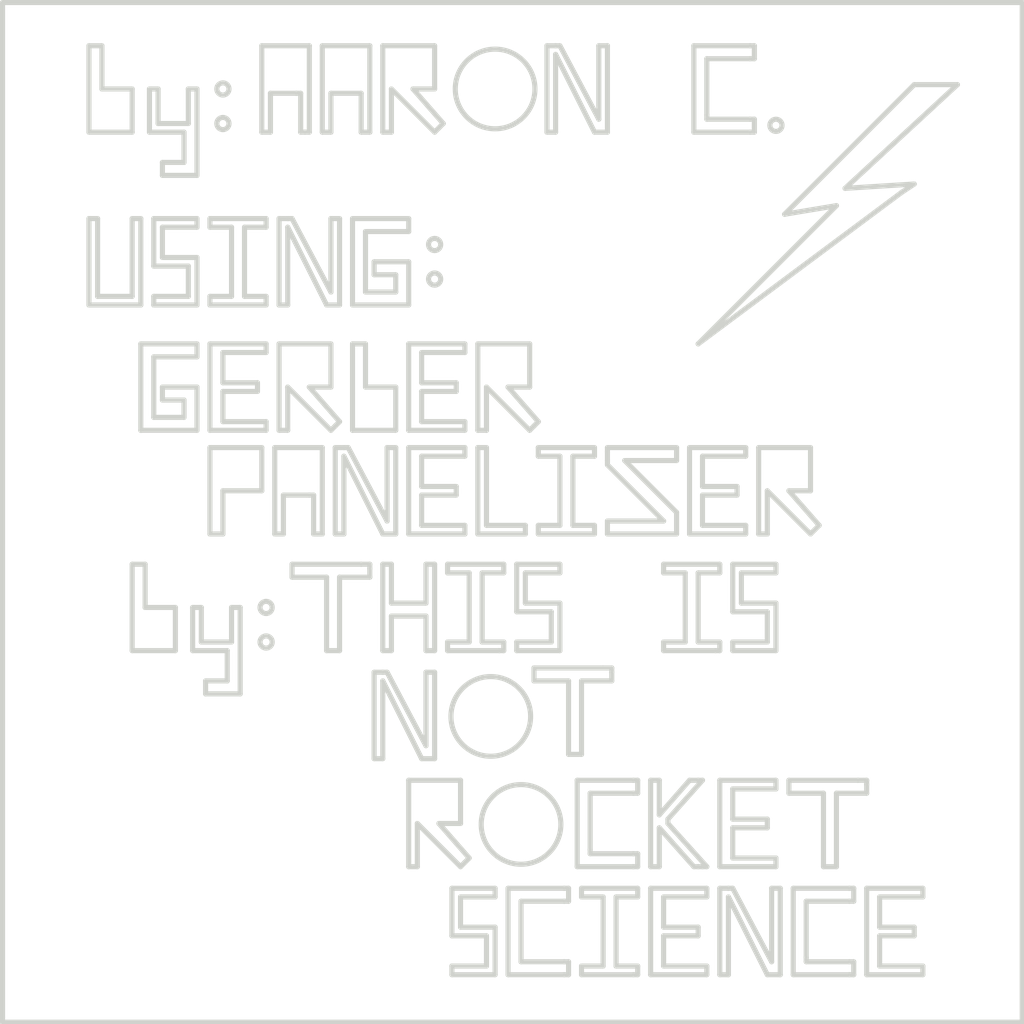
<source format=kicad_pcb>
(kicad_pcb (version 4) (host pcbnew 4.0.7-e2-6376~58~ubuntu16.04.1)

  (general
    (links 0)
    (no_connects 0)
    (area 128.194999 91.364999 158.317001 121.487001)
    (thickness 1.6)
    (drawings 560)
    (tracks 0)
    (zones 0)
    (modules 0)
    (nets 1)
  )

  (page A4)
  (layers
    (0 F.Cu signal)
    (31 B.Cu signal)
    (32 B.Adhes user)
    (33 F.Adhes user)
    (34 B.Paste user)
    (35 F.Paste user)
    (36 B.SilkS user)
    (37 F.SilkS user)
    (38 B.Mask user)
    (39 F.Mask user)
    (40 Dwgs.User user)
    (41 Cmts.User user)
    (42 Eco1.User user)
    (43 Eco2.User user)
    (44 Edge.Cuts user)
    (45 Margin user)
    (46 B.CrtYd user)
    (47 F.CrtYd user)
    (48 B.Fab user)
    (49 F.Fab user)
  )

  (setup
    (last_trace_width 0.25)
    (trace_clearance 0.2)
    (zone_clearance 0.508)
    (zone_45_only no)
    (trace_min 0.2)
    (segment_width 0.2)
    (edge_width 0.15)
    (via_size 0.6)
    (via_drill 0.4)
    (via_min_size 0.4)
    (via_min_drill 0.3)
    (uvia_size 0.3)
    (uvia_drill 0.1)
    (uvias_allowed no)
    (uvia_min_size 0.2)
    (uvia_min_drill 0.1)
    (pcb_text_width 0.3)
    (pcb_text_size 1.5 1.5)
    (mod_edge_width 0.15)
    (mod_text_size 1 1)
    (mod_text_width 0.15)
    (pad_size 1.524 1.524)
    (pad_drill 0.762)
    (pad_to_mask_clearance 0.2)
    (aux_axis_origin 0 0)
    (visible_elements FFFFFF7F)
    (pcbplotparams
      (layerselection 0x000f0_80000001)
      (usegerberextensions true)
      (excludeedgelayer true)
      (linewidth 0.100000)
      (plotframeref false)
      (viasonmask false)
      (mode 1)
      (useauxorigin false)
      (hpglpennumber 1)
      (hpglpenspeed 20)
      (hpglpendiameter 15)
      (hpglpenoverlay 2)
      (psnegative false)
      (psa4output false)
      (plotreference true)
      (plotvalue true)
      (plotinvisibletext false)
      (padsonsilk false)
      (subtractmaskfromsilk false)
      (outputformat 1)
      (mirror false)
      (drillshape 0)
      (scaleselection 1)
      (outputdirectory logo_gerber/))
  )

  (net 0 "")

  (net_class Default "This is the default net class."
    (clearance 0.2)
    (trace_width 0.25)
    (via_dia 0.6)
    (via_drill 0.4)
    (uvia_dia 0.3)
    (uvia_drill 0.1)
  )

  (gr_line (start 156.337 93.853) (end 155.067 93.853) (layer Edge.Cuts) (width 0.15))
  (gr_line (start 153.035 96.901) (end 156.337 93.853) (layer Edge.Cuts) (width 0.15))
  (gr_line (start 155.067 96.774) (end 153.035 96.901) (layer Edge.Cuts) (width 0.15))
  (gr_line (start 154.686 97.028) (end 155.067 96.774) (layer Edge.Cuts) (width 0.15))
  (gr_line (start 148.717 101.473) (end 154.686 97.028) (layer Edge.Cuts) (width 0.15))
  (gr_line (start 152.781 97.409) (end 148.717 101.473) (layer Edge.Cuts) (width 0.15))
  (gr_line (start 151.257 97.663) (end 152.781 97.409) (layer Edge.Cuts) (width 0.15))
  (gr_line (start 155.067 93.853) (end 151.257 97.663) (layer Edge.Cuts) (width 0.15))
  (gr_circle (center 151.003 95.048605) (end 151.13 95.175605) (layer Edge.Cuts) (width 0.15) (tstamp 5A5A38A7))
  (gr_line (start 150.368 95.25) (end 150.241 95.25) (layer Edge.Cuts) (width 0.15) (tstamp 5A5A38A5))
  (gr_line (start 150.368 94.869) (end 150.241 94.869) (layer Edge.Cuts) (width 0.15) (tstamp 5A5A38A4))
  (gr_line (start 150.368 95.25) (end 150.368 94.869) (layer Edge.Cuts) (width 0.15) (tstamp 5A5A38A3))
  (gr_line (start 150.241 94.869) (end 148.971 94.869) (layer Edge.Cuts) (width 0.15) (tstamp 5A5A38A2))
  (gr_line (start 148.59 95.25) (end 150.241 95.25) (layer Edge.Cuts) (width 0.15) (tstamp 5A5A38A1))
  (gr_line (start 148.971 94.742) (end 148.971 94.869) (layer Edge.Cuts) (width 0.15) (tstamp 5A5A38A0))
  (gr_line (start 150.241 92.71) (end 148.59 92.71) (layer Edge.Cuts) (width 0.15) (tstamp 5A5A389F))
  (gr_line (start 148.59 92.71) (end 148.59 95.25) (layer Edge.Cuts) (width 0.15) (tstamp 5A5A389E))
  (gr_line (start 148.971 93.091) (end 148.971 94.742) (layer Edge.Cuts) (width 0.15) (tstamp 5A5A389D))
  (gr_line (start 150.368 93.091) (end 150.368 92.71) (layer Edge.Cuts) (width 0.15) (tstamp 5A5A389C))
  (gr_line (start 150.241 93.091) (end 148.971 93.091) (layer Edge.Cuts) (width 0.15) (tstamp 5A5A389B))
  (gr_line (start 150.368 93.091) (end 150.241 93.091) (layer Edge.Cuts) (width 0.15) (tstamp 5A5A389A))
  (gr_line (start 150.368 92.71) (end 150.241 92.71) (layer Edge.Cuts) (width 0.15) (tstamp 5A5A3899))
  (gr_line (start 151.003 108.204) (end 151.003 107.95) (layer Edge.Cuts) (width 0.15) (tstamp 5A5A3890))
  (gr_line (start 149.987 109.093) (end 149.987 108.204) (layer Edge.Cuts) (width 0.15) (tstamp 5A5A388F))
  (gr_line (start 149.987 108.204) (end 151.003 108.204) (layer Edge.Cuts) (width 0.15) (tstamp 5A5A388E))
  (gr_line (start 151.003 107.95) (end 149.733 107.95) (layer Edge.Cuts) (width 0.15) (tstamp 5A5A388D))
  (gr_line (start 149.733 107.95) (end 149.733 109.347) (layer Edge.Cuts) (width 0.15) (tstamp 5A5A388C))
  (gr_line (start 151.003 109.093) (end 149.987 109.093) (layer Edge.Cuts) (width 0.15) (tstamp 5A5A388B))
  (gr_line (start 149.733 109.347) (end 150.749 109.347) (layer Edge.Cuts) (width 0.15) (tstamp 5A5A388A))
  (gr_line (start 150.749 109.347) (end 150.749 110.236) (layer Edge.Cuts) (width 0.15) (tstamp 5A5A3889))
  (gr_line (start 150.749 110.236) (end 149.733 110.236) (layer Edge.Cuts) (width 0.15) (tstamp 5A5A3888))
  (gr_line (start 151.003 110.49) (end 151.003 109.093) (layer Edge.Cuts) (width 0.15) (tstamp 5A5A3887))
  (gr_line (start 149.733 110.49) (end 151.003 110.49) (layer Edge.Cuts) (width 0.15) (tstamp 5A5A3886))
  (gr_line (start 149.733 110.236) (end 149.733 110.49) (layer Edge.Cuts) (width 0.15) (tstamp 5A5A3885))
  (gr_line (start 144.653 107.95) (end 143.383 107.95) (layer Edge.Cuts) (width 0.15) (tstamp 5A5A3872))
  (gr_line (start 144.653 109.093) (end 143.637 109.093) (layer Edge.Cuts) (width 0.15) (tstamp 5A5A3871))
  (gr_line (start 143.383 109.347) (end 144.399 109.347) (layer Edge.Cuts) (width 0.15) (tstamp 5A5A3870))
  (gr_line (start 143.637 108.204) (end 144.653 108.204) (layer Edge.Cuts) (width 0.15) (tstamp 5A5A386F))
  (gr_line (start 144.653 108.204) (end 144.653 107.95) (layer Edge.Cuts) (width 0.15) (tstamp 5A5A386E))
  (gr_line (start 143.383 110.236) (end 143.383 110.49) (layer Edge.Cuts) (width 0.15) (tstamp 5A5A386D))
  (gr_line (start 144.399 110.236) (end 143.383 110.236) (layer Edge.Cuts) (width 0.15) (tstamp 5A5A386C))
  (gr_line (start 143.383 110.49) (end 144.653 110.49) (layer Edge.Cuts) (width 0.15) (tstamp 5A5A386B))
  (gr_line (start 144.653 110.49) (end 144.653 109.093) (layer Edge.Cuts) (width 0.15) (tstamp 5A5A386A))
  (gr_line (start 144.399 109.347) (end 144.399 110.236) (layer Edge.Cuts) (width 0.15) (tstamp 5A5A3869))
  (gr_line (start 143.637 109.093) (end 143.637 108.204) (layer Edge.Cuts) (width 0.15) (tstamp 5A5A3868))
  (gr_line (start 143.383 107.95) (end 143.383 109.347) (layer Edge.Cuts) (width 0.15) (tstamp 5A5A3867))
  (gr_line (start 154.051 118.618) (end 155.067 118.618) (layer Edge.Cuts) (width 0.15) (tstamp 5A5A3858))
  (gr_line (start 155.067 118.618) (end 155.067 118.872) (layer Edge.Cuts) (width 0.15) (tstamp 5A5A3857))
  (gr_line (start 155.067 118.872) (end 154.051 118.872) (layer Edge.Cuts) (width 0.15) (tstamp 5A5A3856))
  (gr_line (start 154.051 118.872) (end 154.051 119.761) (layer Edge.Cuts) (width 0.15) (tstamp 5A5A3855))
  (gr_line (start 155.321 117.475) (end 153.67 117.475) (layer Edge.Cuts) (width 0.15) (tstamp 5A5A3854))
  (gr_line (start 155.321 117.729) (end 155.321 117.475) (layer Edge.Cuts) (width 0.15) (tstamp 5A5A3853))
  (gr_line (start 155.321 119.761) (end 155.321 120.015) (layer Edge.Cuts) (width 0.15) (tstamp 5A5A3852))
  (gr_line (start 153.67 120.015) (end 155.321 120.015) (layer Edge.Cuts) (width 0.15) (tstamp 5A5A3851))
  (gr_line (start 155.321 119.761) (end 154.051 119.761) (layer Edge.Cuts) (width 0.15) (tstamp 5A5A3850))
  (gr_line (start 154.051 117.729) (end 154.051 118.618) (layer Edge.Cuts) (width 0.15) (tstamp 5A5A384F))
  (gr_line (start 154.051 117.729) (end 155.321 117.729) (layer Edge.Cuts) (width 0.15) (tstamp 5A5A384E))
  (gr_line (start 153.67 117.475) (end 153.67 120.015) (layer Edge.Cuts) (width 0.15) (tstamp 5A5A384D))
  (gr_line (start 153.162 119.634) (end 151.892 119.634) (layer Edge.Cuts) (width 0.15) (tstamp 5A5A384B))
  (gr_line (start 153.289 120.015) (end 153.162 120.015) (layer Edge.Cuts) (width 0.15) (tstamp 5A5A384A))
  (gr_line (start 153.289 119.634) (end 153.162 119.634) (layer Edge.Cuts) (width 0.15) (tstamp 5A5A3849))
  (gr_line (start 153.289 120.015) (end 153.289 119.634) (layer Edge.Cuts) (width 0.15) (tstamp 5A5A3848))
  (gr_line (start 151.511 120.015) (end 153.162 120.015) (layer Edge.Cuts) (width 0.15) (tstamp 5A5A3847))
  (gr_line (start 153.162 117.475) (end 151.511 117.475) (layer Edge.Cuts) (width 0.15) (tstamp 5A5A3846))
  (gr_line (start 151.511 117.475) (end 151.511 120.015) (layer Edge.Cuts) (width 0.15) (tstamp 5A5A3845))
  (gr_line (start 151.892 117.856) (end 151.892 119.507) (layer Edge.Cuts) (width 0.15) (tstamp 5A5A3844))
  (gr_line (start 151.892 119.507) (end 151.892 119.634) (layer Edge.Cuts) (width 0.15) (tstamp 5A5A3843))
  (gr_line (start 153.289 117.475) (end 153.162 117.475) (layer Edge.Cuts) (width 0.15) (tstamp 5A5A3842))
  (gr_line (start 153.289 117.856) (end 153.162 117.856) (layer Edge.Cuts) (width 0.15) (tstamp 5A5A3841))
  (gr_line (start 153.289 117.856) (end 153.289 117.475) (layer Edge.Cuts) (width 0.15) (tstamp 5A5A3840))
  (gr_line (start 153.162 117.856) (end 151.892 117.856) (layer Edge.Cuts) (width 0.15) (tstamp 5A5A383F))
  (gr_line (start 150.749 120.015) (end 151.13 120.015) (layer Edge.Cuts) (width 0.15) (tstamp 5A5A383D))
  (gr_line (start 151.13 120.015) (end 151.13 117.475) (layer Edge.Cuts) (width 0.15) (tstamp 5A5A383C))
  (gr_line (start 150.876 117.475) (end 150.876 119.634) (layer Edge.Cuts) (width 0.15) (tstamp 5A5A383B))
  (gr_line (start 149.352 120.015) (end 149.606 120.015) (layer Edge.Cuts) (width 0.15) (tstamp 5A5A383A))
  (gr_line (start 149.352 120.015) (end 149.352 117.475) (layer Edge.Cuts) (width 0.15) (tstamp 5A5A3839))
  (gr_line (start 149.606 117.729) (end 150.749 120.015) (layer Edge.Cuts) (width 0.15) (tstamp 5A5A3838))
  (gr_line (start 149.606 120.015) (end 149.606 117.729) (layer Edge.Cuts) (width 0.15) (tstamp 5A5A3837))
  (gr_line (start 150.876 119.634) (end 149.733 117.475) (layer Edge.Cuts) (width 0.15) (tstamp 5A5A3836))
  (gr_line (start 151.13 117.475) (end 150.876 117.475) (layer Edge.Cuts) (width 0.15) (tstamp 5A5A3835))
  (gr_line (start 149.733 117.475) (end 149.606 117.475) (layer Edge.Cuts) (width 0.15) (tstamp 5A5A3834))
  (gr_line (start 149.352 117.475) (end 149.606 117.475) (layer Edge.Cuts) (width 0.15) (tstamp 5A5A3833))
  (gr_line (start 148.971 119.761) (end 147.701 119.761) (layer Edge.Cuts) (width 0.15) (tstamp 5A5A3831))
  (gr_line (start 148.971 119.761) (end 148.971 120.015) (layer Edge.Cuts) (width 0.15) (tstamp 5A5A3830))
  (gr_line (start 147.701 118.872) (end 147.701 119.761) (layer Edge.Cuts) (width 0.15) (tstamp 5A5A382F))
  (gr_line (start 148.717 118.872) (end 147.701 118.872) (layer Edge.Cuts) (width 0.15) (tstamp 5A5A382E))
  (gr_line (start 148.717 118.618) (end 148.717 118.872) (layer Edge.Cuts) (width 0.15) (tstamp 5A5A382D))
  (gr_line (start 147.32 120.015) (end 148.971 120.015) (layer Edge.Cuts) (width 0.15) (tstamp 5A5A382C))
  (gr_line (start 148.971 117.729) (end 148.971 117.475) (layer Edge.Cuts) (width 0.15) (tstamp 5A5A382B))
  (gr_line (start 147.701 117.729) (end 148.971 117.729) (layer Edge.Cuts) (width 0.15) (tstamp 5A5A382A))
  (gr_line (start 147.701 117.729) (end 147.701 118.618) (layer Edge.Cuts) (width 0.15) (tstamp 5A5A3829))
  (gr_line (start 147.701 118.618) (end 148.717 118.618) (layer Edge.Cuts) (width 0.15) (tstamp 5A5A3828))
  (gr_line (start 148.971 117.475) (end 147.32 117.475) (layer Edge.Cuts) (width 0.15) (tstamp 5A5A3827))
  (gr_line (start 147.32 117.475) (end 147.32 120.015) (layer Edge.Cuts) (width 0.15) (tstamp 5A5A3826))
  (gr_line (start 146.939 120.015) (end 146.939 119.761) (layer Edge.Cuts) (width 0.15) (tstamp 5A5A3824))
  (gr_line (start 146.939 119.761) (end 146.304 119.761) (layer Edge.Cuts) (width 0.15) (tstamp 5A5A3823))
  (gr_line (start 145.288 120.015) (end 146.812 120.015) (layer Edge.Cuts) (width 0.15) (tstamp 5A5A3822))
  (gr_line (start 146.812 120.015) (end 146.939 120.015) (layer Edge.Cuts) (width 0.15) (tstamp 5A5A3821))
  (gr_line (start 146.304 117.729) (end 146.939 117.729) (layer Edge.Cuts) (width 0.15) (tstamp 5A5A3820))
  (gr_line (start 145.288 117.729) (end 145.923 117.729) (layer Edge.Cuts) (width 0.15) (tstamp 5A5A381F))
  (gr_line (start 146.939 117.729) (end 146.939 117.475) (layer Edge.Cuts) (width 0.15) (tstamp 5A5A381E))
  (gr_line (start 145.288 117.475) (end 145.288 117.729) (layer Edge.Cuts) (width 0.15) (tstamp 5A5A381D))
  (gr_line (start 146.939 117.475) (end 145.288 117.475) (layer Edge.Cuts) (width 0.15) (tstamp 5A5A381C))
  (gr_line (start 145.923 117.729) (end 145.923 119.761) (layer Edge.Cuts) (width 0.15) (tstamp 5A5A381B))
  (gr_line (start 145.923 119.761) (end 145.288 119.761) (layer Edge.Cuts) (width 0.15) (tstamp 5A5A381A))
  (gr_line (start 146.304 119.761) (end 146.304 117.729) (layer Edge.Cuts) (width 0.15) (tstamp 5A5A3819))
  (gr_line (start 145.288 119.761) (end 145.288 120.015) (layer Edge.Cuts) (width 0.15) (tstamp 5A5A3818))
  (gr_line (start 143.51 119.507) (end 143.51 119.634) (layer Edge.Cuts) (width 0.15) (tstamp 5A5A3816))
  (gr_line (start 143.51 117.856) (end 143.51 119.507) (layer Edge.Cuts) (width 0.15) (tstamp 5A5A3815))
  (gr_line (start 143.129 117.475) (end 143.129 120.015) (layer Edge.Cuts) (width 0.15) (tstamp 5A5A3814))
  (gr_line (start 144.78 119.634) (end 143.51 119.634) (layer Edge.Cuts) (width 0.15) (tstamp 5A5A3813))
  (gr_line (start 144.78 117.856) (end 143.51 117.856) (layer Edge.Cuts) (width 0.15) (tstamp 5A5A3812))
  (gr_line (start 144.78 117.475) (end 143.129 117.475) (layer Edge.Cuts) (width 0.15) (tstamp 5A5A3811))
  (gr_line (start 143.129 120.015) (end 144.78 120.015) (layer Edge.Cuts) (width 0.15) (tstamp 5A5A3810))
  (gr_line (start 144.907 120.015) (end 144.78 120.015) (layer Edge.Cuts) (width 0.15) (tstamp 5A5A380F))
  (gr_line (start 144.907 119.634) (end 144.78 119.634) (layer Edge.Cuts) (width 0.15) (tstamp 5A5A380E))
  (gr_line (start 144.907 117.856) (end 144.78 117.856) (layer Edge.Cuts) (width 0.15) (tstamp 5A5A380D))
  (gr_line (start 144.907 117.475) (end 144.78 117.475) (layer Edge.Cuts) (width 0.15) (tstamp 5A5A380C))
  (gr_line (start 144.907 117.856) (end 144.907 117.475) (layer Edge.Cuts) (width 0.15) (tstamp 5A5A380B))
  (gr_line (start 144.907 120.015) (end 144.907 119.634) (layer Edge.Cuts) (width 0.15) (tstamp 5A5A380A))
  (gr_line (start 142.748 118.618) (end 141.732 118.618) (layer Edge.Cuts) (width 0.15) (tstamp 5A5A37F3))
  (gr_line (start 142.748 120.015) (end 142.748 118.618) (layer Edge.Cuts) (width 0.15) (tstamp 5A5A37F2))
  (gr_line (start 141.478 120.015) (end 142.748 120.015) (layer Edge.Cuts) (width 0.15) (tstamp 5A5A37F1))
  (gr_line (start 141.478 119.761) (end 141.478 120.015) (layer Edge.Cuts) (width 0.15) (tstamp 5A5A37F0))
  (gr_line (start 142.748 117.475) (end 141.478 117.475) (layer Edge.Cuts) (width 0.15) (tstamp 5A5A37EF))
  (gr_line (start 142.748 117.729) (end 142.748 117.475) (layer Edge.Cuts) (width 0.15) (tstamp 5A5A37EE))
  (gr_line (start 141.732 117.729) (end 142.748 117.729) (layer Edge.Cuts) (width 0.15) (tstamp 5A5A37ED))
  (gr_line (start 141.732 118.618) (end 141.732 117.729) (layer Edge.Cuts) (width 0.15) (tstamp 5A5A37EC))
  (gr_line (start 142.494 119.761) (end 141.478 119.761) (layer Edge.Cuts) (width 0.15) (tstamp 5A5A37EB))
  (gr_line (start 142.494 118.872) (end 142.494 119.761) (layer Edge.Cuts) (width 0.15) (tstamp 5A5A37EA))
  (gr_line (start 141.478 118.872) (end 142.494 118.872) (layer Edge.Cuts) (width 0.15) (tstamp 5A5A37E9))
  (gr_line (start 141.478 117.475) (end 141.478 118.872) (layer Edge.Cuts) (width 0.15) (tstamp 5A5A37E8))
  (gr_line (start 153.416 114.3) (end 153.67 114.3) (layer Edge.Cuts) (width 0.15) (tstamp 5A5A37D8))
  (gr_line (start 153.67 114.427) (end 153.67 114.3) (layer Edge.Cuts) (width 0.15) (tstamp 5A5A37D7))
  (gr_line (start 151.384 114.3) (end 153.416 114.3) (layer Edge.Cuts) (width 0.15) (tstamp 5A5A37D6))
  (gr_line (start 151.384 114.681) (end 151.384 114.3) (layer Edge.Cuts) (width 0.15) (tstamp 5A5A37D5))
  (gr_line (start 152.4 114.681) (end 151.384 114.681) (layer Edge.Cuts) (width 0.15) (tstamp 5A5A37D4))
  (gr_line (start 152.781 116.84) (end 152.4 116.84) (layer Edge.Cuts) (width 0.15) (tstamp 5A5A37D3))
  (gr_line (start 152.781 116.84) (end 152.781 114.681) (layer Edge.Cuts) (width 0.15) (tstamp 5A5A37D2))
  (gr_line (start 152.4 116.84) (end 152.4 114.681) (layer Edge.Cuts) (width 0.15) (tstamp 5A5A37D1))
  (gr_line (start 153.67 114.681) (end 153.67 114.427) (layer Edge.Cuts) (width 0.15) (tstamp 5A5A37D0))
  (gr_line (start 152.781 114.681) (end 153.67 114.681) (layer Edge.Cuts) (width 0.15) (tstamp 5A5A37CF))
  (gr_line (start 149.733 114.554) (end 151.003 114.554) (layer Edge.Cuts) (width 0.15) (tstamp 5A5A37C1))
  (gr_line (start 149.733 115.443) (end 150.749 115.443) (layer Edge.Cuts) (width 0.15) (tstamp 5A5A37C0))
  (gr_line (start 151.003 114.3) (end 149.352 114.3) (layer Edge.Cuts) (width 0.15) (tstamp 5A5A37BF))
  (gr_line (start 151.003 114.554) (end 151.003 114.3) (layer Edge.Cuts) (width 0.15) (tstamp 5A5A37BE))
  (gr_line (start 149.733 114.554) (end 149.733 115.443) (layer Edge.Cuts) (width 0.15) (tstamp 5A5A37BD))
  (gr_line (start 150.749 115.443) (end 150.749 115.697) (layer Edge.Cuts) (width 0.15) (tstamp 5A5A37BC))
  (gr_line (start 150.749 115.697) (end 149.733 115.697) (layer Edge.Cuts) (width 0.15) (tstamp 5A5A37BB))
  (gr_line (start 149.733 115.697) (end 149.733 116.586) (layer Edge.Cuts) (width 0.15) (tstamp 5A5A37BA))
  (gr_line (start 151.003 116.586) (end 151.003 116.84) (layer Edge.Cuts) (width 0.15) (tstamp 5A5A37B9))
  (gr_line (start 149.352 116.84) (end 151.003 116.84) (layer Edge.Cuts) (width 0.15) (tstamp 5A5A37B8))
  (gr_line (start 151.003 116.586) (end 149.733 116.586) (layer Edge.Cuts) (width 0.15) (tstamp 5A5A37B7))
  (gr_line (start 149.352 114.3) (end 149.352 116.84) (layer Edge.Cuts) (width 0.15) (tstamp 5A5A37B6))
  (gr_line (start 147.828 115.57) (end 147.828 115.443) (layer Edge.Cuts) (width 0.15))
  (gr_line (start 148.971 116.84) (end 147.828 115.57) (layer Edge.Cuts) (width 0.15))
  (gr_line (start 148.844 114.3) (end 147.828 115.443) (layer Edge.Cuts) (width 0.15))
  (gr_line (start 148.717 114.3) (end 148.844 114.3) (layer Edge.Cuts) (width 0.15))
  (gr_line (start 148.844 116.84) (end 148.971 116.84) (layer Edge.Cuts) (width 0.15))
  (gr_line (start 148.717 116.84) (end 148.844 116.84) (layer Edge.Cuts) (width 0.15))
  (gr_line (start 148.59 116.84) (end 148.717 116.84) (layer Edge.Cuts) (width 0.15))
  (gr_line (start 148.463 114.3) (end 148.717 114.3) (layer Edge.Cuts) (width 0.15))
  (gr_line (start 147.574 114.3) (end 147.32 114.3) (layer Edge.Cuts) (width 0.15))
  (gr_line (start 147.574 115.316) (end 147.574 114.3) (layer Edge.Cuts) (width 0.15))
  (gr_line (start 148.463 114.3) (end 147.574 115.316) (layer Edge.Cuts) (width 0.15))
  (gr_line (start 147.574 115.697) (end 148.59 116.84) (layer Edge.Cuts) (width 0.15))
  (gr_line (start 147.574 116.84) (end 147.574 115.697) (layer Edge.Cuts) (width 0.15))
  (gr_line (start 147.32 116.84) (end 147.574 116.84) (layer Edge.Cuts) (width 0.15))
  (gr_line (start 147.32 114.3) (end 147.32 116.84) (layer Edge.Cuts) (width 0.15))
  (gr_line (start 146.939 116.84) (end 146.812 116.84) (layer Edge.Cuts) (width 0.15))
  (gr_line (start 146.939 116.459) (end 146.812 116.459) (layer Edge.Cuts) (width 0.15))
  (gr_line (start 146.939 114.681) (end 146.812 114.681) (layer Edge.Cuts) (width 0.15))
  (gr_line (start 146.939 114.3) (end 146.812 114.3) (layer Edge.Cuts) (width 0.15))
  (gr_line (start 146.939 114.681) (end 146.939 114.3) (layer Edge.Cuts) (width 0.15))
  (gr_line (start 146.812 116.459) (end 145.542 116.459) (layer Edge.Cuts) (width 0.15))
  (gr_line (start 146.939 116.84) (end 146.939 116.459) (layer Edge.Cuts) (width 0.15))
  (gr_line (start 145.542 116.332) (end 145.542 116.459) (layer Edge.Cuts) (width 0.15))
  (gr_line (start 145.542 114.681) (end 145.542 116.332) (layer Edge.Cuts) (width 0.15))
  (gr_line (start 146.812 114.681) (end 145.542 114.681) (layer Edge.Cuts) (width 0.15))
  (gr_line (start 145.161 116.84) (end 146.812 116.84) (layer Edge.Cuts) (width 0.15) (tstamp 5A5A369F))
  (gr_line (start 145.161 114.3) (end 145.161 116.84) (layer Edge.Cuts) (width 0.15) (tstamp 5A5A369E))
  (gr_line (start 146.812 114.3) (end 145.161 114.3) (layer Edge.Cuts) (width 0.15) (tstamp 5A5A369D))
  (gr_circle (center 143.51 115.597882) (end 142.621 114.835882) (layer Edge.Cuts) (width 0.15) (tstamp 5A5A369A))
  (gr_line (start 141.732 116.84) (end 141.859 116.713) (layer Edge.Cuts) (width 0.15) (tstamp 5A5A3695))
  (gr_line (start 141.859 116.713) (end 141.986 116.586) (layer Edge.Cuts) (width 0.15) (tstamp 5A5A3694))
  (gr_line (start 141.986 116.586) (end 141.097 115.57) (layer Edge.Cuts) (width 0.15) (tstamp 5A5A3693))
  (gr_line (start 141.732 115.57) (end 141.732 114.3) (layer Edge.Cuts) (width 0.15) (tstamp 5A5A3692))
  (gr_line (start 140.208 114.3) (end 140.208 116.84) (layer Edge.Cuts) (width 0.15) (tstamp 5A5A3691))
  (gr_line (start 140.462 115.57) (end 141.732 116.84) (layer Edge.Cuts) (width 0.15) (tstamp 5A5A3690))
  (gr_line (start 141.097 115.57) (end 141.732 115.57) (layer Edge.Cuts) (width 0.15) (tstamp 5A5A368F))
  (gr_line (start 141.732 114.3) (end 140.208 114.3) (layer Edge.Cuts) (width 0.15) (tstamp 5A5A368E))
  (gr_line (start 140.462 116.84) (end 140.462 115.57) (layer Edge.Cuts) (width 0.15) (tstamp 5A5A368D))
  (gr_line (start 140.208 116.84) (end 140.462 116.84) (layer Edge.Cuts) (width 0.15) (tstamp 5A5A368C))
  (gr_line (start 145.288 113.538) (end 145.288 111.379) (layer Edge.Cuts) (width 0.15) (tstamp 5A5A3689))
  (gr_line (start 146.177 111.379) (end 146.177 111.125) (layer Edge.Cuts) (width 0.15) (tstamp 5A5A3688))
  (gr_line (start 146.177 111.125) (end 146.177 110.998) (layer Edge.Cuts) (width 0.15) (tstamp 5A5A3687))
  (gr_line (start 145.288 111.379) (end 146.177 111.379) (layer Edge.Cuts) (width 0.15) (tstamp 5A5A3686))
  (gr_line (start 145.923 110.998) (end 146.177 110.998) (layer Edge.Cuts) (width 0.15) (tstamp 5A5A3685))
  (gr_line (start 143.891 110.998) (end 145.923 110.998) (layer Edge.Cuts) (width 0.15) (tstamp 5A5A3684))
  (gr_line (start 144.907 111.379) (end 143.891 111.379) (layer Edge.Cuts) (width 0.15) (tstamp 5A5A3683))
  (gr_line (start 144.907 113.538) (end 144.907 111.379) (layer Edge.Cuts) (width 0.15) (tstamp 5A5A3682))
  (gr_line (start 145.288 113.538) (end 144.907 113.538) (layer Edge.Cuts) (width 0.15) (tstamp 5A5A3681))
  (gr_line (start 143.891 111.379) (end 143.891 110.998) (layer Edge.Cuts) (width 0.15) (tstamp 5A5A3680))
  (gr_circle (center 142.621 112.422882) (end 141.732 111.660882) (layer Edge.Cuts) (width 0.15) (tstamp 5A5A367E))
  (gr_line (start 139.192 113.665) (end 139.192 111.125) (layer Edge.Cuts) (width 0.15) (tstamp 5A5A367C))
  (gr_line (start 139.446 113.665) (end 139.446 111.379) (layer Edge.Cuts) (width 0.15) (tstamp 5A5A367B))
  (gr_line (start 139.192 113.665) (end 139.446 113.665) (layer Edge.Cuts) (width 0.15) (tstamp 5A5A367A))
  (gr_line (start 139.192 111.125) (end 139.446 111.125) (layer Edge.Cuts) (width 0.15) (tstamp 5A5A3679))
  (gr_line (start 139.446 111.379) (end 140.589 113.665) (layer Edge.Cuts) (width 0.15) (tstamp 5A5A3678))
  (gr_line (start 140.97 113.665) (end 140.97 111.125) (layer Edge.Cuts) (width 0.15) (tstamp 5A5A3677))
  (gr_line (start 140.589 113.665) (end 140.97 113.665) (layer Edge.Cuts) (width 0.15) (tstamp 5A5A3676))
  (gr_line (start 140.716 113.284) (end 139.573 111.125) (layer Edge.Cuts) (width 0.15) (tstamp 5A5A3675))
  (gr_line (start 140.716 111.125) (end 140.716 113.284) (layer Edge.Cuts) (width 0.15) (tstamp 5A5A3674))
  (gr_line (start 139.573 111.125) (end 139.446 111.125) (layer Edge.Cuts) (width 0.15) (tstamp 5A5A3673))
  (gr_line (start 140.97 111.125) (end 140.716 111.125) (layer Edge.Cuts) (width 0.15) (tstamp 5A5A3672))
  (gr_line (start 148.717 110.236) (end 148.717 108.204) (layer Edge.Cuts) (width 0.15) (tstamp 5A5A366B))
  (gr_line (start 148.336 108.204) (end 148.336 110.236) (layer Edge.Cuts) (width 0.15) (tstamp 5A5A3669))
  (gr_line (start 149.352 110.236) (end 148.717 110.236) (layer Edge.Cuts) (width 0.15) (tstamp 5A5A3667))
  (gr_line (start 147.701 110.236) (end 147.701 110.49) (layer Edge.Cuts) (width 0.15) (tstamp 5A5A3666))
  (gr_line (start 149.225 110.49) (end 149.352 110.49) (layer Edge.Cuts) (width 0.15) (tstamp 5A5A3665))
  (gr_line (start 148.336 110.236) (end 147.701 110.236) (layer Edge.Cuts) (width 0.15) (tstamp 5A5A3664))
  (gr_line (start 147.701 110.49) (end 149.225 110.49) (layer Edge.Cuts) (width 0.15) (tstamp 5A5A3663))
  (gr_line (start 149.352 110.49) (end 149.352 110.236) (layer Edge.Cuts) (width 0.15) (tstamp 5A5A3662))
  (gr_line (start 148.717 108.204) (end 149.352 108.204) (layer Edge.Cuts) (width 0.15) (tstamp 5A5A365C))
  (gr_line (start 147.701 108.204) (end 148.336 108.204) (layer Edge.Cuts) (width 0.15) (tstamp 5A5A365B))
  (gr_line (start 149.352 108.204) (end 149.352 107.95) (layer Edge.Cuts) (width 0.15) (tstamp 5A5A365A))
  (gr_line (start 149.352 107.95) (end 147.701 107.95) (layer Edge.Cuts) (width 0.15) (tstamp 5A5A3659))
  (gr_line (start 147.701 107.95) (end 147.701 108.204) (layer Edge.Cuts) (width 0.15) (tstamp 5A5A3658))
  (gr_line (start 139.7 107.95) (end 139.446 107.95) (layer Edge.Cuts) (width 0.15))
  (gr_line (start 139.7 109.093) (end 139.7 107.95) (layer Edge.Cuts) (width 0.15))
  (gr_line (start 140.716 109.093) (end 139.7 109.093) (layer Edge.Cuts) (width 0.15))
  (gr_line (start 140.716 107.95) (end 140.716 109.093) (layer Edge.Cuts) (width 0.15))
  (gr_line (start 140.97 107.95) (end 140.716 107.95) (layer Edge.Cuts) (width 0.15))
  (gr_line (start 140.97 110.49) (end 140.97 107.95) (layer Edge.Cuts) (width 0.15))
  (gr_line (start 140.716 110.49) (end 140.97 110.49) (layer Edge.Cuts) (width 0.15))
  (gr_line (start 140.716 109.474) (end 140.716 110.49) (layer Edge.Cuts) (width 0.15))
  (gr_line (start 139.7 109.474) (end 140.716 109.474) (layer Edge.Cuts) (width 0.15))
  (gr_line (start 139.7 110.49) (end 139.7 109.474) (layer Edge.Cuts) (width 0.15))
  (gr_line (start 139.446 110.49) (end 139.7 110.49) (layer Edge.Cuts) (width 0.15))
  (gr_line (start 139.446 107.95) (end 139.446 110.49) (layer Edge.Cuts) (width 0.15))
  (gr_line (start 139.065 108.077) (end 139.065 107.95) (layer Edge.Cuts) (width 0.15))
  (gr_line (start 139.065 108.331) (end 139.065 108.077) (layer Edge.Cuts) (width 0.15))
  (gr_line (start 138.176 108.331) (end 139.065 108.331) (layer Edge.Cuts) (width 0.15))
  (gr_line (start 138.176 110.49) (end 138.176 108.331) (layer Edge.Cuts) (width 0.15))
  (gr_line (start 136.779 108.331) (end 136.779 107.95) (layer Edge.Cuts) (width 0.15))
  (gr_line (start 137.795 108.331) (end 136.779 108.331) (layer Edge.Cuts) (width 0.15))
  (gr_line (start 137.795 110.49) (end 137.795 108.331) (layer Edge.Cuts) (width 0.15))
  (gr_line (start 138.176 110.49) (end 137.795 110.49) (layer Edge.Cuts) (width 0.15))
  (gr_line (start 138.811 107.95) (end 139.065 107.95) (layer Edge.Cuts) (width 0.15))
  (gr_line (start 136.779 107.95) (end 138.811 107.95) (layer Edge.Cuts) (width 0.15))
  (gr_line (start 142.367 110.236) (end 142.367 108.204) (layer Edge.Cuts) (width 0.15) (tstamp 5A5A35DA))
  (gr_line (start 141.351 108.204) (end 141.986 108.204) (layer Edge.Cuts) (width 0.15) (tstamp 5A5A35D9))
  (gr_line (start 141.351 107.95) (end 141.351 108.204) (layer Edge.Cuts) (width 0.15) (tstamp 5A5A35D8))
  (gr_line (start 141.986 108.204) (end 141.986 110.236) (layer Edge.Cuts) (width 0.15) (tstamp 5A5A35D7))
  (gr_line (start 142.367 108.204) (end 143.002 108.204) (layer Edge.Cuts) (width 0.15) (tstamp 5A5A35D6))
  (gr_line (start 143.002 108.204) (end 143.002 107.95) (layer Edge.Cuts) (width 0.15) (tstamp 5A5A35D5))
  (gr_line (start 143.002 107.95) (end 141.351 107.95) (layer Edge.Cuts) (width 0.15) (tstamp 5A5A35D4))
  (gr_line (start 143.002 110.236) (end 142.367 110.236) (layer Edge.Cuts) (width 0.15) (tstamp 5A5A35D3))
  (gr_line (start 142.875 110.49) (end 143.002 110.49) (layer Edge.Cuts) (width 0.15) (tstamp 5A5A35D2))
  (gr_line (start 141.986 110.236) (end 141.351 110.236) (layer Edge.Cuts) (width 0.15) (tstamp 5A5A35D1))
  (gr_line (start 143.002 110.49) (end 143.002 110.236) (layer Edge.Cuts) (width 0.15) (tstamp 5A5A35D0))
  (gr_line (start 141.351 110.236) (end 141.351 110.49) (layer Edge.Cuts) (width 0.15) (tstamp 5A5A35CF))
  (gr_line (start 141.351 110.49) (end 142.875 110.49) (layer Edge.Cuts) (width 0.15) (tstamp 5A5A35CE))
  (gr_circle (center 136.017 109.22) (end 136.144 109.347) (layer Edge.Cuts) (width 0.15) (tstamp 5A5A35CB))
  (gr_circle (center 136.017 110.236) (end 136.144 110.363) (layer Edge.Cuts) (width 0.15) (tstamp 5A5A35CA))
  (gr_line (start 135.001 110.236) (end 134.112 110.236) (layer Edge.Cuts) (width 0.15) (tstamp 5A5A35C9))
  (gr_line (start 134.239 111.76) (end 135.255 111.76) (layer Edge.Cuts) (width 0.15) (tstamp 5A5A35C8))
  (gr_line (start 135.001 109.22) (end 135.001 110.236) (layer Edge.Cuts) (width 0.15) (tstamp 5A5A35C7))
  (gr_line (start 135.255 109.22) (end 135.001 109.22) (layer Edge.Cuts) (width 0.15) (tstamp 5A5A35C6))
  (gr_line (start 135.255 111.76) (end 135.255 109.22) (layer Edge.Cuts) (width 0.15) (tstamp 5A5A35C5))
  (gr_line (start 134.239 111.379) (end 134.239 111.76) (layer Edge.Cuts) (width 0.15) (tstamp 5A5A35C4))
  (gr_line (start 133.858 109.22) (end 134.112 109.22) (layer Edge.Cuts) (width 0.15) (tstamp 5A5A35C3))
  (gr_line (start 134.112 110.236) (end 134.112 109.22) (layer Edge.Cuts) (width 0.15) (tstamp 5A5A35C2))
  (gr_line (start 134.874 111.379) (end 134.239 111.379) (layer Edge.Cuts) (width 0.15) (tstamp 5A5A35C1))
  (gr_line (start 133.858 110.49) (end 134.874 110.49) (layer Edge.Cuts) (width 0.15) (tstamp 5A5A35C0))
  (gr_line (start 133.858 109.22) (end 133.858 110.49) (layer Edge.Cuts) (width 0.15) (tstamp 5A5A35BF))
  (gr_line (start 134.874 110.49) (end 134.874 111.379) (layer Edge.Cuts) (width 0.15) (tstamp 5A5A35BE))
  (gr_line (start 132.08 107.95) (end 132.461 107.95) (layer Edge.Cuts) (width 0.15) (tstamp 5A5A35BD))
  (gr_line (start 133.35 109.22) (end 132.461 109.22) (layer Edge.Cuts) (width 0.15) (tstamp 5A5A35BC))
  (gr_line (start 133.35 110.49) (end 133.35 109.22) (layer Edge.Cuts) (width 0.15) (tstamp 5A5A35BB))
  (gr_line (start 132.461 109.22) (end 132.461 107.95) (layer Edge.Cuts) (width 0.15) (tstamp 5A5A35BA))
  (gr_line (start 132.08 107.95) (end 132.08 110.49) (layer Edge.Cuts) (width 0.15) (tstamp 5A5A35B9))
  (gr_line (start 132.08 110.49) (end 133.35 110.49) (layer Edge.Cuts) (width 0.15) (tstamp 5A5A35B8))
  (gr_line (start 146.05 105.029) (end 146.05 104.902) (layer Edge.Cuts) (width 0.15))
  (gr_line (start 147.701 106.68) (end 146.05 105.029) (layer Edge.Cuts) (width 0.15))
  (gr_line (start 148.082 106.426) (end 146.558 104.902) (layer Edge.Cuts) (width 0.15))
  (gr_line (start 150.114 106.807) (end 150.114 107.061) (layer Edge.Cuts) (width 0.15) (tstamp 5A5A3581))
  (gr_line (start 148.463 107.061) (end 150.114 107.061) (layer Edge.Cuts) (width 0.15) (tstamp 5A5A3580))
  (gr_line (start 150.114 106.807) (end 148.844 106.807) (layer Edge.Cuts) (width 0.15) (tstamp 5A5A357F))
  (gr_line (start 150.114 104.521) (end 148.463 104.521) (layer Edge.Cuts) (width 0.15) (tstamp 5A5A357E))
  (gr_line (start 148.844 104.775) (end 150.114 104.775) (layer Edge.Cuts) (width 0.15) (tstamp 5A5A357D))
  (gr_line (start 152.019 104.521) (end 150.495 104.521) (layer Edge.Cuts) (width 0.15) (tstamp 5A5A357C))
  (gr_line (start 150.495 104.521) (end 150.495 107.061) (layer Edge.Cuts) (width 0.15) (tstamp 5A5A357B))
  (gr_line (start 150.749 107.061) (end 150.749 105.791) (layer Edge.Cuts) (width 0.15) (tstamp 5A5A357A))
  (gr_line (start 150.495 107.061) (end 150.749 107.061) (layer Edge.Cuts) (width 0.15) (tstamp 5A5A3579))
  (gr_line (start 150.749 105.791) (end 152.019 107.061) (layer Edge.Cuts) (width 0.15) (tstamp 5A5A3578))
  (gr_line (start 148.463 104.521) (end 148.463 107.061) (layer Edge.Cuts) (width 0.15) (tstamp 5A5A3577))
  (gr_line (start 148.844 104.775) (end 148.844 105.664) (layer Edge.Cuts) (width 0.15) (tstamp 5A5A3576))
  (gr_line (start 148.844 105.918) (end 148.844 106.807) (layer Edge.Cuts) (width 0.15) (tstamp 5A5A3575))
  (gr_line (start 148.844 105.664) (end 149.86 105.664) (layer Edge.Cuts) (width 0.15) (tstamp 5A5A3574))
  (gr_line (start 149.86 105.918) (end 148.844 105.918) (layer Edge.Cuts) (width 0.15) (tstamp 5A5A3573))
  (gr_line (start 149.86 105.664) (end 149.86 105.918) (layer Edge.Cuts) (width 0.15) (tstamp 5A5A3572))
  (gr_line (start 150.114 104.775) (end 150.114 104.521) (layer Edge.Cuts) (width 0.15) (tstamp 5A5A3571))
  (gr_line (start 152.019 107.061) (end 152.146 106.934) (layer Edge.Cuts) (width 0.15) (tstamp 5A5A3570))
  (gr_line (start 151.384 105.791) (end 152.019 105.791) (layer Edge.Cuts) (width 0.15) (tstamp 5A5A356F))
  (gr_line (start 152.273 106.807) (end 151.384 105.791) (layer Edge.Cuts) (width 0.15) (tstamp 5A5A356E))
  (gr_line (start 152.146 106.934) (end 152.273 106.807) (layer Edge.Cuts) (width 0.15) (tstamp 5A5A356D))
  (gr_line (start 152.019 105.791) (end 152.019 104.521) (layer Edge.Cuts) (width 0.15) (tstamp 5A5A356C))
  (gr_line (start 146.05 104.521) (end 146.05 104.648) (layer Edge.Cuts) (width 0.15))
  (gr_line (start 146.05 106.68) (end 146.05 107.061) (layer Edge.Cuts) (width 0.15))
  (gr_line (start 147.701 106.68) (end 146.05 106.68) (layer Edge.Cuts) (width 0.15))
  (gr_line (start 146.05 104.648) (end 146.05 104.902) (layer Edge.Cuts) (width 0.15))
  (gr_line (start 148.082 104.902) (end 148.082 104.521) (layer Edge.Cuts) (width 0.15))
  (gr_line (start 146.558 104.902) (end 148.082 104.902) (layer Edge.Cuts) (width 0.15))
  (gr_line (start 148.082 104.521) (end 146.05 104.521) (layer Edge.Cuts) (width 0.15))
  (gr_line (start 148.082 107.061) (end 148.082 106.426) (layer Edge.Cuts) (width 0.15))
  (gr_line (start 146.05 107.061) (end 148.082 107.061) (layer Edge.Cuts) (width 0.15))
  (gr_line (start 144.653 104.775) (end 144.653 106.807) (layer Edge.Cuts) (width 0.15) (tstamp 5A5A34DB))
  (gr_line (start 144.018 106.807) (end 144.018 107.061) (layer Edge.Cuts) (width 0.15) (tstamp 5A5A34DA))
  (gr_line (start 144.653 106.807) (end 144.018 106.807) (layer Edge.Cuts) (width 0.15) (tstamp 5A5A34D9))
  (gr_line (start 144.018 104.775) (end 144.653 104.775) (layer Edge.Cuts) (width 0.15) (tstamp 5A5A34D8))
  (gr_line (start 144.018 104.521) (end 144.018 104.775) (layer Edge.Cuts) (width 0.15) (tstamp 5A5A34D7))
  (gr_line (start 145.669 104.521) (end 144.018 104.521) (layer Edge.Cuts) (width 0.15) (tstamp 5A5A34D6))
  (gr_line (start 145.669 104.775) (end 145.669 104.521) (layer Edge.Cuts) (width 0.15) (tstamp 5A5A34D5))
  (gr_line (start 145.542 107.061) (end 145.669 107.061) (layer Edge.Cuts) (width 0.15) (tstamp 5A5A34D4))
  (gr_line (start 145.034 104.775) (end 145.669 104.775) (layer Edge.Cuts) (width 0.15) (tstamp 5A5A34D3))
  (gr_line (start 145.034 106.807) (end 145.034 104.775) (layer Edge.Cuts) (width 0.15) (tstamp 5A5A34D2))
  (gr_line (start 145.669 106.807) (end 145.034 106.807) (layer Edge.Cuts) (width 0.15) (tstamp 5A5A34D1))
  (gr_line (start 145.669 107.061) (end 145.669 106.807) (layer Edge.Cuts) (width 0.15) (tstamp 5A5A34D0))
  (gr_line (start 144.018 107.061) (end 145.542 107.061) (layer Edge.Cuts) (width 0.15) (tstamp 5A5A34CF))
  (gr_line (start 142.494 104.521) (end 142.24 104.521) (layer Edge.Cuts) (width 0.15))
  (gr_line (start 142.494 106.807) (end 142.494 104.521) (layer Edge.Cuts) (width 0.15))
  (gr_line (start 143.637 106.807) (end 142.494 106.807) (layer Edge.Cuts) (width 0.15))
  (gr_line (start 143.637 107.061) (end 143.637 106.807) (layer Edge.Cuts) (width 0.15))
  (gr_line (start 142.24 107.061) (end 143.637 107.061) (layer Edge.Cuts) (width 0.15))
  (gr_line (start 142.24 104.521) (end 142.24 107.061) (layer Edge.Cuts) (width 0.15))
  (gr_line (start 141.859 106.807) (end 140.589 106.807) (layer Edge.Cuts) (width 0.15) (tstamp 5A5A34BB))
  (gr_line (start 141.605 105.664) (end 141.605 105.918) (layer Edge.Cuts) (width 0.15) (tstamp 5A5A34BA))
  (gr_line (start 140.208 107.061) (end 141.859 107.061) (layer Edge.Cuts) (width 0.15) (tstamp 5A5A34B9))
  (gr_line (start 141.859 106.807) (end 141.859 107.061) (layer Edge.Cuts) (width 0.15) (tstamp 5A5A34B8))
  (gr_line (start 140.589 105.918) (end 140.589 106.807) (layer Edge.Cuts) (width 0.15) (tstamp 5A5A34B7))
  (gr_line (start 140.589 105.664) (end 141.605 105.664) (layer Edge.Cuts) (width 0.15) (tstamp 5A5A34B6))
  (gr_line (start 141.605 105.918) (end 140.589 105.918) (layer Edge.Cuts) (width 0.15) (tstamp 5A5A34B5))
  (gr_line (start 140.589 104.775) (end 141.859 104.775) (layer Edge.Cuts) (width 0.15) (tstamp 5A5A34B4))
  (gr_line (start 141.859 104.521) (end 140.208 104.521) (layer Edge.Cuts) (width 0.15) (tstamp 5A5A34B3))
  (gr_line (start 140.208 104.521) (end 140.208 107.061) (layer Edge.Cuts) (width 0.15) (tstamp 5A5A34B2))
  (gr_line (start 141.859 104.775) (end 141.859 104.521) (layer Edge.Cuts) (width 0.15) (tstamp 5A5A34B1))
  (gr_line (start 140.589 104.775) (end 140.589 105.664) (layer Edge.Cuts) (width 0.15) (tstamp 5A5A34B0))
  (gr_line (start 138.049 104.521) (end 138.303 104.521) (layer Edge.Cuts) (width 0.15) (tstamp 5A5A34AD))
  (gr_line (start 138.303 107.061) (end 138.303 104.775) (layer Edge.Cuts) (width 0.15) (tstamp 5A5A34AC))
  (gr_line (start 139.446 107.061) (end 139.827 107.061) (layer Edge.Cuts) (width 0.15) (tstamp 5A5A34AB))
  (gr_line (start 138.303 104.775) (end 139.446 107.061) (layer Edge.Cuts) (width 0.15) (tstamp 5A5A34AA))
  (gr_line (start 139.827 107.061) (end 139.827 104.521) (layer Edge.Cuts) (width 0.15) (tstamp 5A5A34A9))
  (gr_line (start 138.049 107.061) (end 138.303 107.061) (layer Edge.Cuts) (width 0.15) (tstamp 5A5A34A8))
  (gr_line (start 138.049 107.061) (end 138.049 104.521) (layer Edge.Cuts) (width 0.15) (tstamp 5A5A34A7))
  (gr_line (start 139.827 104.521) (end 139.573 104.521) (layer Edge.Cuts) (width 0.15) (tstamp 5A5A34A6))
  (gr_line (start 138.43 104.521) (end 138.303 104.521) (layer Edge.Cuts) (width 0.15) (tstamp 5A5A34A5))
  (gr_line (start 139.573 106.68) (end 138.43 104.521) (layer Edge.Cuts) (width 0.15) (tstamp 5A5A34A4))
  (gr_line (start 139.573 104.521) (end 139.573 106.68) (layer Edge.Cuts) (width 0.15) (tstamp 5A5A34A3))
  (gr_line (start 137.668 104.521) (end 136.271 104.521) (layer Edge.Cuts) (width 0.15) (tstamp 5A5A34A1))
  (gr_line (start 137.668 107.061) (end 137.668 104.521) (layer Edge.Cuts) (width 0.15) (tstamp 5A5A34A0))
  (gr_line (start 137.541 107.061) (end 137.668 107.061) (layer Edge.Cuts) (width 0.15) (tstamp 5A5A349F))
  (gr_line (start 137.414 107.061) (end 137.541 107.061) (layer Edge.Cuts) (width 0.15) (tstamp 5A5A349E))
  (gr_line (start 137.414 105.918) (end 137.414 107.061) (layer Edge.Cuts) (width 0.15) (tstamp 5A5A349D))
  (gr_line (start 137.287 105.918) (end 137.414 105.918) (layer Edge.Cuts) (width 0.15) (tstamp 5A5A349C))
  (gr_line (start 136.525 105.918) (end 137.287 105.918) (layer Edge.Cuts) (width 0.15) (tstamp 5A5A349B))
  (gr_line (start 136.525 107.061) (end 136.525 105.918) (layer Edge.Cuts) (width 0.15) (tstamp 5A5A349A))
  (gr_line (start 136.271 107.061) (end 136.525 107.061) (layer Edge.Cuts) (width 0.15) (tstamp 5A5A3499))
  (gr_line (start 136.271 104.521) (end 136.271 107.061) (layer Edge.Cuts) (width 0.15) (tstamp 5A5A3498))
  (gr_line (start 135.89 104.521) (end 134.366 104.521) (layer Edge.Cuts) (width 0.15))
  (gr_line (start 135.89 105.791) (end 135.89 104.521) (layer Edge.Cuts) (width 0.15))
  (gr_line (start 134.747 105.791) (end 135.89 105.791) (layer Edge.Cuts) (width 0.15))
  (gr_line (start 134.747 107.061) (end 134.747 105.791) (layer Edge.Cuts) (width 0.15))
  (gr_line (start 134.366 107.061) (end 134.747 107.061) (layer Edge.Cuts) (width 0.15))
  (gr_line (start 134.366 104.521) (end 134.366 107.061) (layer Edge.Cuts) (width 0.15))
  (gr_line (start 140.208 104.013) (end 141.859 104.013) (layer Edge.Cuts) (width 0.15) (tstamp 5A5A3421))
  (gr_line (start 140.589 102.87) (end 140.589 103.759) (layer Edge.Cuts) (width 0.15) (tstamp 5A5A3420))
  (gr_line (start 141.605 102.616) (end 141.605 102.87) (layer Edge.Cuts) (width 0.15) (tstamp 5A5A341F))
  (gr_line (start 141.859 103.759) (end 140.589 103.759) (layer Edge.Cuts) (width 0.15) (tstamp 5A5A341E))
  (gr_line (start 141.859 103.759) (end 141.859 104.013) (layer Edge.Cuts) (width 0.15) (tstamp 5A5A341D))
  (gr_line (start 141.605 102.87) (end 140.589 102.87) (layer Edge.Cuts) (width 0.15) (tstamp 5A5A341C))
  (gr_line (start 140.589 102.616) (end 141.605 102.616) (layer Edge.Cuts) (width 0.15) (tstamp 5A5A341B))
  (gr_line (start 140.589 101.727) (end 140.589 102.616) (layer Edge.Cuts) (width 0.15) (tstamp 5A5A341A))
  (gr_line (start 141.859 101.473) (end 140.208 101.473) (layer Edge.Cuts) (width 0.15) (tstamp 5A5A3419))
  (gr_line (start 141.859 101.727) (end 141.859 101.473) (layer Edge.Cuts) (width 0.15) (tstamp 5A5A3418))
  (gr_line (start 140.589 101.727) (end 141.859 101.727) (layer Edge.Cuts) (width 0.15) (tstamp 5A5A3417))
  (gr_line (start 140.208 101.473) (end 140.208 104.013) (layer Edge.Cuts) (width 0.15) (tstamp 5A5A3416))
  (gr_line (start 144.018 103.759) (end 143.129 102.743) (layer Edge.Cuts) (width 0.15) (tstamp 5A5A3415))
  (gr_line (start 143.891 103.886) (end 144.018 103.759) (layer Edge.Cuts) (width 0.15) (tstamp 5A5A3414))
  (gr_line (start 143.764 102.743) (end 143.764 101.473) (layer Edge.Cuts) (width 0.15) (tstamp 5A5A3413))
  (gr_line (start 142.24 101.473) (end 142.24 104.013) (layer Edge.Cuts) (width 0.15) (tstamp 5A5A3412))
  (gr_line (start 143.764 101.473) (end 142.24 101.473) (layer Edge.Cuts) (width 0.15) (tstamp 5A5A3411))
  (gr_line (start 142.494 104.013) (end 142.494 102.743) (layer Edge.Cuts) (width 0.15) (tstamp 5A5A3410))
  (gr_line (start 142.494 102.743) (end 143.764 104.013) (layer Edge.Cuts) (width 0.15) (tstamp 5A5A340F))
  (gr_line (start 142.24 104.013) (end 142.494 104.013) (layer Edge.Cuts) (width 0.15) (tstamp 5A5A340E))
  (gr_line (start 143.129 102.743) (end 143.764 102.743) (layer Edge.Cuts) (width 0.15) (tstamp 5A5A340D))
  (gr_line (start 143.764 104.013) (end 143.891 103.886) (layer Edge.Cuts) (width 0.15) (tstamp 5A5A340C))
  (gr_line (start 138.557 104.013) (end 139.827 104.013) (layer Edge.Cuts) (width 0.15) (tstamp 5A5A3403))
  (gr_line (start 138.557 101.473) (end 138.938 101.473) (layer Edge.Cuts) (width 0.15) (tstamp 5A5A3402))
  (gr_line (start 138.938 102.743) (end 138.938 101.473) (layer Edge.Cuts) (width 0.15) (tstamp 5A5A3401))
  (gr_line (start 139.827 102.743) (end 138.938 102.743) (layer Edge.Cuts) (width 0.15) (tstamp 5A5A3400))
  (gr_line (start 139.827 104.013) (end 139.827 102.743) (layer Edge.Cuts) (width 0.15) (tstamp 5A5A33FF))
  (gr_line (start 138.557 101.473) (end 138.557 104.013) (layer Edge.Cuts) (width 0.15) (tstamp 5A5A33FE))
  (gr_line (start 138.176 103.759) (end 137.287 102.743) (layer Edge.Cuts) (width 0.15) (tstamp 5A5A33FC))
  (gr_line (start 138.049 103.886) (end 138.176 103.759) (layer Edge.Cuts) (width 0.15) (tstamp 5A5A33FB))
  (gr_line (start 137.922 104.013) (end 138.049 103.886) (layer Edge.Cuts) (width 0.15) (tstamp 5A5A33FA))
  (gr_line (start 137.922 101.473) (end 136.398 101.473) (layer Edge.Cuts) (width 0.15) (tstamp 5A5A33F9))
  (gr_line (start 137.922 102.743) (end 137.922 101.473) (layer Edge.Cuts) (width 0.15) (tstamp 5A5A33F8))
  (gr_line (start 137.287 102.743) (end 137.922 102.743) (layer Edge.Cuts) (width 0.15) (tstamp 5A5A33F7))
  (gr_line (start 136.652 102.743) (end 137.922 104.013) (layer Edge.Cuts) (width 0.15) (tstamp 5A5A33F6))
  (gr_line (start 136.652 104.013) (end 136.652 102.743) (layer Edge.Cuts) (width 0.15) (tstamp 5A5A33F5))
  (gr_line (start 136.398 104.013) (end 136.652 104.013) (layer Edge.Cuts) (width 0.15) (tstamp 5A5A33F4))
  (gr_line (start 136.398 101.473) (end 136.398 104.013) (layer Edge.Cuts) (width 0.15) (tstamp 5A5A33F3))
  (gr_line (start 135.763 102.87) (end 134.747 102.87) (layer Edge.Cuts) (width 0.15))
  (gr_line (start 135.763 102.616) (end 135.763 102.87) (layer Edge.Cuts) (width 0.15))
  (gr_line (start 134.747 102.616) (end 135.763 102.616) (layer Edge.Cuts) (width 0.15))
  (gr_line (start 134.747 102.87) (end 134.747 103.759) (layer Edge.Cuts) (width 0.15))
  (gr_line (start 134.747 101.727) (end 134.747 102.616) (layer Edge.Cuts) (width 0.15))
  (gr_line (start 136.017 103.759) (end 136.017 104.013) (layer Edge.Cuts) (width 0.15))
  (gr_line (start 134.366 101.473) (end 134.366 104.013) (layer Edge.Cuts) (width 0.15))
  (gr_line (start 136.017 101.473) (end 134.366 101.473) (layer Edge.Cuts) (width 0.15))
  (gr_line (start 136.017 101.727) (end 136.017 101.473) (layer Edge.Cuts) (width 0.15))
  (gr_line (start 134.747 101.727) (end 136.017 101.727) (layer Edge.Cuts) (width 0.15))
  (gr_line (start 136.017 103.759) (end 134.747 103.759) (layer Edge.Cuts) (width 0.15))
  (gr_line (start 134.366 104.013) (end 136.017 104.013) (layer Edge.Cuts) (width 0.15))
  (gr_line (start 133.985 101.473) (end 132.334 101.473) (layer Edge.Cuts) (width 0.15) (tstamp 5A5A3357))
  (gr_line (start 133.985 101.854) (end 133.985 101.473) (layer Edge.Cuts) (width 0.15) (tstamp 5A5A3356))
  (gr_line (start 132.715 101.854) (end 133.985 101.854) (layer Edge.Cuts) (width 0.15) (tstamp 5A5A3355))
  (gr_line (start 132.715 103.632) (end 132.715 101.854) (layer Edge.Cuts) (width 0.15) (tstamp 5A5A3354))
  (gr_line (start 132.334 101.473) (end 132.334 104.013) (layer Edge.Cuts) (width 0.15) (tstamp 5A5A3353))
  (gr_line (start 133.604 103.632) (end 132.715 103.632) (layer Edge.Cuts) (width 0.15) (tstamp 5A5A3352))
  (gr_line (start 132.969 102.743) (end 132.969 103.124) (layer Edge.Cuts) (width 0.15) (tstamp 5A5A3351))
  (gr_line (start 133.604 103.124) (end 133.604 103.632) (layer Edge.Cuts) (width 0.15) (tstamp 5A5A3350))
  (gr_line (start 132.969 103.124) (end 133.604 103.124) (layer Edge.Cuts) (width 0.15) (tstamp 5A5A334F))
  (gr_line (start 133.985 102.743) (end 132.969 102.743) (layer Edge.Cuts) (width 0.15) (tstamp 5A5A334E))
  (gr_line (start 133.985 104.013) (end 133.985 102.743) (layer Edge.Cuts) (width 0.15) (tstamp 5A5A334D))
  (gr_line (start 132.334 104.013) (end 133.985 104.013) (layer Edge.Cuts) (width 0.15) (tstamp 5A5A334C))
  (gr_circle (center 140.97 99.568) (end 141.097 99.695) (layer Edge.Cuts) (width 0.15) (tstamp 5A5A3330))
  (gr_circle (center 140.97 98.552) (end 141.097 98.679) (layer Edge.Cuts) (width 0.15) (tstamp 5A5A332F))
  (gr_line (start 140.208 97.79) (end 138.557 97.79) (layer Edge.Cuts) (width 0.15))
  (gr_line (start 140.208 98.171) (end 140.208 97.79) (layer Edge.Cuts) (width 0.15))
  (gr_line (start 138.938 98.171) (end 140.208 98.171) (layer Edge.Cuts) (width 0.15))
  (gr_line (start 138.938 99.949) (end 138.938 98.171) (layer Edge.Cuts) (width 0.15))
  (gr_line (start 139.827 99.949) (end 138.938 99.949) (layer Edge.Cuts) (width 0.15))
  (gr_line (start 139.827 99.441) (end 139.827 99.949) (layer Edge.Cuts) (width 0.15))
  (gr_line (start 139.192 99.441) (end 139.827 99.441) (layer Edge.Cuts) (width 0.15))
  (gr_line (start 139.192 99.06) (end 139.192 99.441) (layer Edge.Cuts) (width 0.15))
  (gr_line (start 140.208 99.06) (end 139.192 99.06) (layer Edge.Cuts) (width 0.15))
  (gr_line (start 140.208 100.33) (end 140.208 99.06) (layer Edge.Cuts) (width 0.15))
  (gr_line (start 138.557 100.33) (end 140.208 100.33) (layer Edge.Cuts) (width 0.15))
  (gr_line (start 138.557 97.79) (end 138.557 100.33) (layer Edge.Cuts) (width 0.15))
  (gr_line (start 136.779 97.79) (end 136.652 97.79) (layer Edge.Cuts) (width 0.15) (tstamp 5A5A3306))
  (gr_line (start 137.922 99.949) (end 136.779 97.79) (layer Edge.Cuts) (width 0.15) (tstamp 5A5A3305))
  (gr_line (start 137.922 97.79) (end 137.922 99.949) (layer Edge.Cuts) (width 0.15) (tstamp 5A5A3304))
  (gr_line (start 138.176 97.79) (end 137.922 97.79) (layer Edge.Cuts) (width 0.15) (tstamp 5A5A3303))
  (gr_line (start 138.176 100.33) (end 138.176 97.79) (layer Edge.Cuts) (width 0.15) (tstamp 5A5A3302))
  (gr_line (start 137.795 100.33) (end 138.176 100.33) (layer Edge.Cuts) (width 0.15) (tstamp 5A5A3301))
  (gr_line (start 136.652 98.044) (end 137.795 100.33) (layer Edge.Cuts) (width 0.15) (tstamp 5A5A3300))
  (gr_line (start 136.652 100.33) (end 136.652 98.044) (layer Edge.Cuts) (width 0.15) (tstamp 5A5A32FF))
  (gr_line (start 136.398 100.33) (end 136.652 100.33) (layer Edge.Cuts) (width 0.15) (tstamp 5A5A32FE))
  (gr_line (start 136.398 97.79) (end 136.652 97.79) (layer Edge.Cuts) (width 0.15) (tstamp 5A5A32FD))
  (gr_line (start 136.398 100.33) (end 136.398 97.79) (layer Edge.Cuts) (width 0.15) (tstamp 5A5A32FC))
  (gr_line (start 136.017 97.79) (end 134.366 97.79) (layer Edge.Cuts) (width 0.15))
  (gr_line (start 136.017 98.044) (end 136.017 97.79) (layer Edge.Cuts) (width 0.15))
  (gr_line (start 135.382 98.044) (end 136.017 98.044) (layer Edge.Cuts) (width 0.15))
  (gr_line (start 135.382 100.076) (end 135.382 98.044) (layer Edge.Cuts) (width 0.15))
  (gr_line (start 136.017 100.076) (end 135.382 100.076) (layer Edge.Cuts) (width 0.15))
  (gr_line (start 136.017 100.33) (end 136.017 100.076) (layer Edge.Cuts) (width 0.15))
  (gr_line (start 135.89 100.33) (end 136.017 100.33) (layer Edge.Cuts) (width 0.15))
  (gr_line (start 134.366 100.33) (end 135.89 100.33) (layer Edge.Cuts) (width 0.15))
  (gr_line (start 134.366 100.076) (end 134.366 100.33) (layer Edge.Cuts) (width 0.15))
  (gr_line (start 135.001 100.076) (end 134.366 100.076) (layer Edge.Cuts) (width 0.15))
  (gr_line (start 135.001 98.044) (end 135.001 100.076) (layer Edge.Cuts) (width 0.15))
  (gr_line (start 134.366 98.044) (end 135.001 98.044) (layer Edge.Cuts) (width 0.15))
  (gr_line (start 134.366 97.79) (end 134.366 98.044) (layer Edge.Cuts) (width 0.15))
  (gr_line (start 133.985 97.79) (end 132.715 97.79) (layer Edge.Cuts) (width 0.15))
  (gr_line (start 133.985 98.044) (end 133.985 97.79) (layer Edge.Cuts) (width 0.15))
  (gr_line (start 132.969 98.044) (end 133.985 98.044) (layer Edge.Cuts) (width 0.15))
  (gr_line (start 132.969 98.933) (end 132.969 98.044) (layer Edge.Cuts) (width 0.15))
  (gr_line (start 133.985 98.933) (end 132.969 98.933) (layer Edge.Cuts) (width 0.15))
  (gr_line (start 133.985 100.33) (end 133.985 98.933) (layer Edge.Cuts) (width 0.15))
  (gr_line (start 132.715 100.33) (end 133.985 100.33) (layer Edge.Cuts) (width 0.15))
  (gr_line (start 132.715 100.076) (end 132.715 100.33) (layer Edge.Cuts) (width 0.15))
  (gr_line (start 133.731 100.076) (end 132.715 100.076) (layer Edge.Cuts) (width 0.15))
  (gr_line (start 133.731 99.187) (end 133.731 100.076) (layer Edge.Cuts) (width 0.15))
  (gr_line (start 132.715 99.187) (end 133.731 99.187) (layer Edge.Cuts) (width 0.15))
  (gr_line (start 132.715 97.79) (end 132.715 99.187) (layer Edge.Cuts) (width 0.15))
  (gr_line (start 131.064 97.79) (end 130.81 97.79) (layer Edge.Cuts) (width 0.15))
  (gr_line (start 131.064 100.076) (end 131.064 97.79) (layer Edge.Cuts) (width 0.15))
  (gr_line (start 132.08 100.076) (end 131.064 100.076) (layer Edge.Cuts) (width 0.15))
  (gr_line (start 132.08 97.79) (end 132.08 100.076) (layer Edge.Cuts) (width 0.15))
  (gr_line (start 132.334 97.79) (end 132.08 97.79) (layer Edge.Cuts) (width 0.15))
  (gr_line (start 132.334 100.33) (end 132.334 97.79) (layer Edge.Cuts) (width 0.15))
  (gr_line (start 132.207 100.33) (end 132.334 100.33) (layer Edge.Cuts) (width 0.15))
  (gr_line (start 130.81 100.33) (end 132.207 100.33) (layer Edge.Cuts) (width 0.15))
  (gr_line (start 130.81 97.79) (end 130.81 100.33) (layer Edge.Cuts) (width 0.15))
  (gr_line (start 144.653 92.71) (end 144.526 92.71) (layer Edge.Cuts) (width 0.15))
  (gr_line (start 145.796 94.869) (end 144.653 92.71) (layer Edge.Cuts) (width 0.15))
  (gr_line (start 145.796 92.71) (end 145.796 94.869) (layer Edge.Cuts) (width 0.15))
  (gr_line (start 146.05 92.71) (end 145.796 92.71) (layer Edge.Cuts) (width 0.15))
  (gr_line (start 146.05 95.25) (end 146.05 92.71) (layer Edge.Cuts) (width 0.15))
  (gr_line (start 145.669 95.25) (end 146.05 95.25) (layer Edge.Cuts) (width 0.15))
  (gr_line (start 144.526 92.964) (end 145.669 95.25) (layer Edge.Cuts) (width 0.15))
  (gr_line (start 144.526 95.25) (end 144.526 92.964) (layer Edge.Cuts) (width 0.15))
  (gr_line (start 144.272 95.25) (end 144.526 95.25) (layer Edge.Cuts) (width 0.15))
  (gr_line (start 144.272 92.71) (end 144.526 92.71) (layer Edge.Cuts) (width 0.15))
  (gr_line (start 144.272 95.25) (end 144.272 92.71) (layer Edge.Cuts) (width 0.15))
  (gr_circle (center 142.748 93.98) (end 141.859 93.218) (layer Edge.Cuts) (width 0.15))
  (gr_line (start 140.97 92.71) (end 139.446 92.71) (layer Edge.Cuts) (width 0.15))
  (gr_line (start 140.97 93.98) (end 140.97 92.71) (layer Edge.Cuts) (width 0.15))
  (gr_line (start 140.335 93.98) (end 140.97 93.98) (layer Edge.Cuts) (width 0.15))
  (gr_line (start 141.224 94.996) (end 140.335 93.98) (layer Edge.Cuts) (width 0.15))
  (gr_line (start 141.097 95.123) (end 141.224 94.996) (layer Edge.Cuts) (width 0.15))
  (gr_line (start 140.97 95.25) (end 141.097 95.123) (layer Edge.Cuts) (width 0.15))
  (gr_line (start 139.7 93.98) (end 140.97 95.25) (layer Edge.Cuts) (width 0.15))
  (gr_line (start 139.7 95.25) (end 139.7 93.98) (layer Edge.Cuts) (width 0.15))
  (gr_line (start 139.446 95.25) (end 139.7 95.25) (layer Edge.Cuts) (width 0.15))
  (gr_line (start 139.446 92.71) (end 139.446 95.25) (layer Edge.Cuts) (width 0.15))
  (gr_line (start 137.922 95.25) (end 137.668 95.25) (layer Edge.Cuts) (width 0.15))
  (gr_line (start 137.922 94.107) (end 137.922 95.25) (layer Edge.Cuts) (width 0.15))
  (gr_line (start 138.811 94.107) (end 137.922 94.107) (layer Edge.Cuts) (width 0.15))
  (gr_line (start 138.811 95.25) (end 138.811 94.107) (layer Edge.Cuts) (width 0.15))
  (gr_line (start 139.065 95.25) (end 138.811 95.25) (layer Edge.Cuts) (width 0.15))
  (gr_line (start 139.065 92.71) (end 139.065 95.25) (layer Edge.Cuts) (width 0.15))
  (gr_line (start 137.668 92.71) (end 139.065 92.71) (layer Edge.Cuts) (width 0.15))
  (gr_line (start 137.668 95.25) (end 137.668 92.71) (layer Edge.Cuts) (width 0.15))
  (gr_line (start 137.287 92.71) (end 135.89 92.71) (layer Edge.Cuts) (width 0.15))
  (gr_line (start 137.287 95.25) (end 137.287 92.71) (layer Edge.Cuts) (width 0.15))
  (gr_line (start 137.16 95.25) (end 137.287 95.25) (layer Edge.Cuts) (width 0.15))
  (gr_line (start 137.033 95.25) (end 137.16 95.25) (layer Edge.Cuts) (width 0.15))
  (gr_line (start 137.033 94.107) (end 137.033 95.25) (layer Edge.Cuts) (width 0.15))
  (gr_line (start 136.906 94.107) (end 137.033 94.107) (layer Edge.Cuts) (width 0.15))
  (gr_line (start 136.144 94.107) (end 136.906 94.107) (layer Edge.Cuts) (width 0.15))
  (gr_line (start 136.144 95.25) (end 136.144 94.107) (layer Edge.Cuts) (width 0.15))
  (gr_line (start 135.89 95.25) (end 136.144 95.25) (layer Edge.Cuts) (width 0.15))
  (gr_line (start 135.89 92.71) (end 135.89 95.25) (layer Edge.Cuts) (width 0.15))
  (gr_circle (center 134.747 94.996) (end 134.874 95.123) (layer Edge.Cuts) (width 0.15))
  (gr_circle (center 134.747 93.98) (end 134.874 94.107) (layer Edge.Cuts) (width 0.15))
  (gr_line (start 132.588 93.98) (end 132.842 93.98) (layer Edge.Cuts) (width 0.15))
  (gr_line (start 132.842 94.996) (end 132.842 93.98) (layer Edge.Cuts) (width 0.15))
  (gr_line (start 133.731 94.996) (end 132.842 94.996) (layer Edge.Cuts) (width 0.15))
  (gr_line (start 133.731 93.98) (end 133.731 94.996) (layer Edge.Cuts) (width 0.15))
  (gr_line (start 133.985 93.98) (end 133.731 93.98) (layer Edge.Cuts) (width 0.15))
  (gr_line (start 133.985 96.52) (end 133.985 93.98) (layer Edge.Cuts) (width 0.15))
  (gr_line (start 132.969 96.52) (end 133.985 96.52) (layer Edge.Cuts) (width 0.15))
  (gr_line (start 132.969 96.139) (end 132.969 96.52) (layer Edge.Cuts) (width 0.15))
  (gr_line (start 133.604 96.139) (end 132.969 96.139) (layer Edge.Cuts) (width 0.15))
  (gr_line (start 133.604 95.25) (end 133.604 96.139) (layer Edge.Cuts) (width 0.15))
  (gr_line (start 132.588 95.25) (end 133.604 95.25) (layer Edge.Cuts) (width 0.15))
  (gr_line (start 132.588 93.98) (end 132.588 95.25) (layer Edge.Cuts) (width 0.15))
  (gr_line (start 130.81 92.71) (end 131.191 92.71) (layer Edge.Cuts) (width 0.15))
  (gr_line (start 131.191 93.98) (end 131.191 92.71) (layer Edge.Cuts) (width 0.15))
  (gr_line (start 132.08 93.98) (end 131.191 93.98) (layer Edge.Cuts) (width 0.15))
  (gr_line (start 132.08 95.25) (end 132.08 93.98) (layer Edge.Cuts) (width 0.15))
  (gr_line (start 130.81 95.25) (end 132.08 95.25) (layer Edge.Cuts) (width 0.15))
  (gr_line (start 130.81 92.71) (end 130.81 95.25) (layer Edge.Cuts) (width 0.15))
  (gr_line (start 128.27 91.44) (end 128.27 121.412) (layer Edge.Cuts) (width 0.15))
  (gr_line (start 158.242 121.412) (end 128.27 121.412) (layer Edge.Cuts) (width 0.15))
  (gr_line (start 158.242 91.44) (end 158.242 121.412) (layer Edge.Cuts) (width 0.15))
  (gr_line (start 128.27 91.44) (end 158.242 91.44) (layer Edge.Cuts) (width 0.15))

)

</source>
